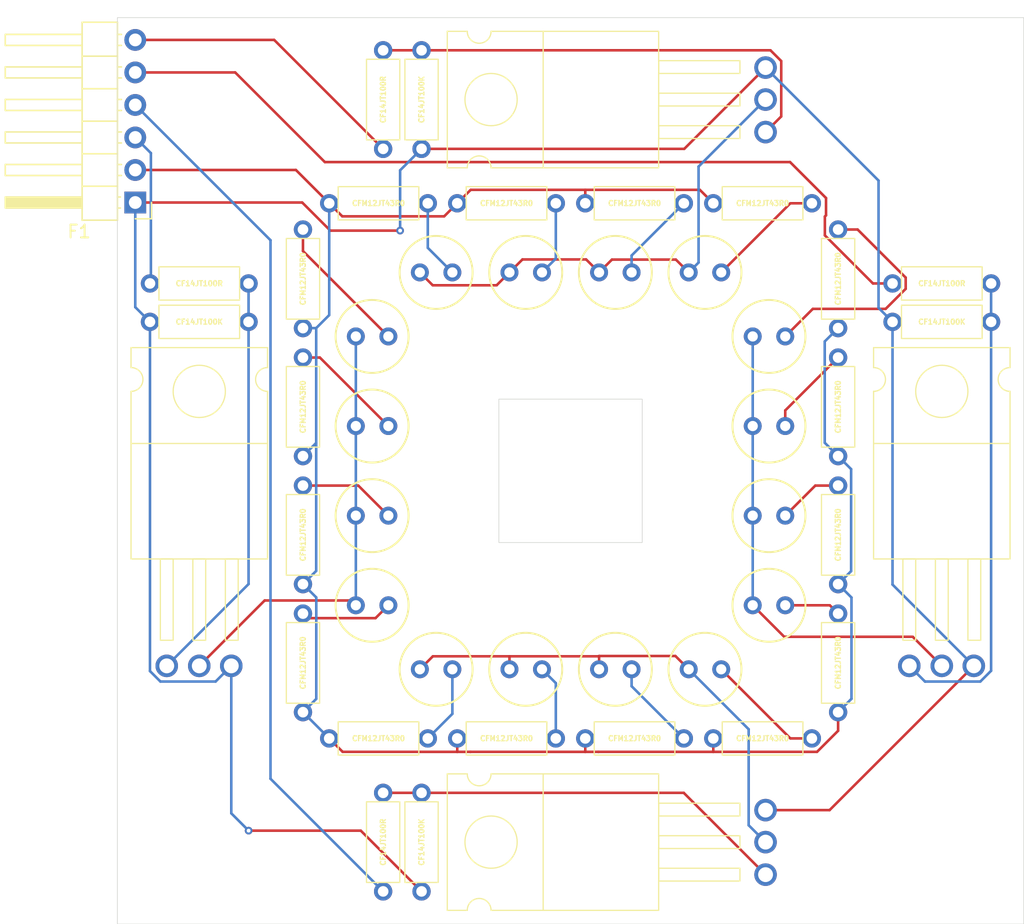
<source format=kicad_pcb>
(kicad_pcb (version 20241229) (generator "pcbnew") (generator_version "9.0")
  (layers (0 "F.Cu" signal) (2 "B.Cu" signal) (13 "F.Paste" user) (15 "B.Paste" user) (5 "F.SilkS" user "F.Silkscreen") (7 "B.SilkS" user "B.Silkscreen") (1 "F.Mask" user) (3 "B.Mask" user) (25 "Edge.Cuts" user))
  (net 0 "")
  (net 1 "/1_DRAIN")
  (net 2 "Net-(Group_1-G)")
  (net 3 "/GND")
  (net 4 "Net-(Group_2-G)")
  (net 5 "/2_DRAIN")
  (net 6 "Net-(Group_3-G)")
  (net 7 "/3_DRAIN")
  (net 8 "/4_DRAIN")
  (net 9 "Net-(Group_4-G)")
  (net 10 "/GPIO2")
  (net 11 "/GPIO1")
  (net 12 "/GPIO3")
  (net 13 "/5V")
  (net 14 "/GPIO4")
  (net 15 "Net-(LED1-A)")
  (net 16 "Net-(LED2-A)")
  (net 17 "Net-(LED3-A)")
  (net 18 "Net-(LED4-A)")
  (net 19 "Net-(LED5-A)")
  (net 20 "Net-(LED6-A)")
  (net 21 "Net-(LED7-A)")
  (net 22 "Net-(LED8-A)")
  (net 23 "Net-(LED9-A)")
  (net 24 "Net-(LED10-A)")
  (net 25 "Net-(LED11-A)")
  (net 26 "Net-(LED12-A)")
  (net 27 "Net-(LED13-A)")
  (net 28 "Net-(LED14-A)")
  (net 29 "Net-(LED15-A)")
  (net 30 "Net-(LED16-A)")
  (footprint "ir-led-board:IRLB8743PBF" (layer "F.Cu") (at 63.2625 72.4 90)
    (property "Reference" "Group_4" (hide yes))
    (property "Value" "Q_NMOS_GDS" (hide yes))
    (fp_line (start 5.33 -7.49) (end 5.33 -5.93) (stroke (width 0.1)) (layer "F.SilkS"))
    (fp_line (start -5.33 -7.49) (end 5.33 -7.49) (stroke (width 0.1)) (layer "F.SilkS"))
    (fp_line (start -5.33 -7.49) (end -5.33 -5.93) (stroke (width 0.1)) (layer "F.SilkS"))
    (fp_line (start 5.33 -4.07) (end 5.33 0) (stroke (width 0.1)) (layer "F.SilkS"))
    (fp_line (start -5.33 -4.07) (end -5.33 0) (stroke (width 0.1)) (layer "F.SilkS"))
    (fp_rect (start -5.33 0) (end 5.33 9.02) (stroke (width 0.1)) (fill no) (layer "F.SilkS"))
    (fp_rect (start 2.04 9.02) (end 3.04 15.37) (stroke (width 0.1)) (fill no) (layer "F.SilkS"))
    (fp_rect (start -0.5 9.02) (end 0.5 15.37) (stroke (width 0.1)) (fill no) (layer "F.SilkS"))
    (fp_rect (start -3.04 9.02) (end -2.04 15.37) (stroke (width 0.1)) (fill no) (layer "F.SilkS"))
    (fp_arc (start -5.33 -5.93) (mid -4.4 -5) (end -5.33 -4.07) (stroke (width 0.1)) (layer "F.SilkS"))
    (fp_arc (start 5.33 -4.07) (mid 4.4 -5) (end 5.33 -5.93) (stroke (width 0.1)) (layer "F.SilkS"))
    (fp_circle (center 0 -4.07) (end 2.04 -4.07) (stroke (width 0.1)) (fill no) (layer "F.SilkS"))
    (pad "1" thru_hole circle (at -2.54 17.37 90) (size 1.76 1.76) (drill 1.16) (layers "*.Cu" "*.Mask") (net 9 "Net-(Group_4-G)"))
    (pad "2" thru_hole circle (at 0 17.37 90) (size 1.76 1.76) (drill 1.16) (layers "*.Cu" "*.Mask") (net 8 "/4_DRAIN"))
    (pad "3" thru_hole circle (at 2.5 17.37 90) (size 1.76 1.76) (drill 1.16) (layers "*.Cu" "*.Mask") (net 3 "/GND"))
  )
  (footprint "ir-led-board:SFH_4556" (layer "F.Cu") (at 79.63 90.9)
    (property "Reference" "LED12" (hide yes))
    (property "Value" "SFH 4556" (hide yes))
    (fp_circle (center 1.27 0) (end 4.12 0) (stroke (width 0.1524)) (fill no) (layer "F.SilkS"))
    (pad "1" thru_hole circle (at 0 0) (size 1.4 1.4) (drill 0.8) (layers "*.Cu" "*.Mask") (net 7 "/3_DRAIN"))
    (pad "2" thru_hole circle (at 2.54 0) (size 1.4 1.4) (drill 0.8) (layers "*.Cu" "*.Mask") (net 26 "Net-(LED12-A)"))
  )
  (footprint "Resistor_THT:CF14JT100K" (layer "F.Cu") (at 33.25 88.4625)
    (property "Reference" "R_100K_1" (hide yes))
    (property "Value" "100k Ω" (hide yes))
    (fp_rect (start 0 0) (end 6.3 2.6) (stroke (width 0.1)) (fill no) (layer "F.SilkS"))
    (fp_text user "CF14JT100K" (at 3.15 1.3 0) (layer "F.SilkS") (effects (font (size 0.4 0.4) (thickness 0.1))))
    (pad "1" thru_hole circle (at -0.7 1.3) (size 1.43 1.43) (drill 0.83) (layers "*.Cu" "*.Mask") (net 3 "/GND"))
    (pad "2" thru_hole circle (at 7 1.3) (size 1.43 1.43) (drill 0.83) (layers "*.Cu" "*.Mask") (net 2 "Net-(Group_1-G)"))
  )
  (footprint "Resistor_THT:CFM12JT43R0" (layer "F.Cu") (at 47.25 121)
    (property "Reference" "R5" (hide yes))
    (property "Value" "43 Ω" (hide yes))
    (fp_rect (start 0 0) (end 6.3 2.6) (stroke (width 0.1)) (fill no) (layer "F.SilkS"))
    (fp_text user "CFM12JT43R0" (at 3.15 1.3 0) (layer "F.SilkS") (effects (font (size 0.4 0.4) (thickness 0.1))))
    (pad "1" thru_hole circle (at -0.7 1.3) (size 1.43 1.43) (drill 0.83) (layers "*.Cu" "*.Mask") (net 13 "/5V"))
    (pad "2" thru_hole circle (at 7 1.3) (size 1.43 1.43) (drill 0.83) (layers "*.Cu" "*.Mask") (net 19 "Net-(LED5-A)"))
  )
  (footprint "Resistor_THT:CF14JT100R" (layer "F.Cu") (at 91.25 85.4625)
    (property "Reference" "R_100_3" (hide yes))
    (property "Value" "100 Ω" (hide yes))
    (fp_rect (start 0 0) (end 6.3 2.6) (stroke (width 0.1)) (fill no) (layer "F.SilkS"))
    (fp_text user "CF14JT100R" (at 3.15 1.3 0) (layer "F.SilkS") (effects (font (size 0.4 0.4) (thickness 0.1))))
    (pad "1" thru_hole circle (at -0.7 1.3) (size 1.43 1.43) (drill 0.83) (layers "*.Cu" "*.Mask") (net 12 "/GPIO3"))
    (pad "2" thru_hole circle (at 7 1.3) (size 1.43 1.43) (drill 0.83) (layers "*.Cu" "*.Mask") (net 6 "Net-(Group_3-G)"))
  )
  (footprint "MountingHole:MountingHole_3.2mm_M3" (layer "F.Cu") (at 36.9 129.9)
    (property "Reference" "OUTER_MOUNT_3" (hide yes))
    (property "Value" "MountingHole_3.2mm_M3" (hide yes))
    (pad "" np_thru_hole circle (at 0 0) (size 3.2 3.2) (drill 3.2) (layers "*.Cu" "*.Mask"))
  )
  (footprint "Resistor_THT:CFM12JT43R0" (layer "F.Cu") (at 77.25 121)
    (property "Reference" "R8" (hide yes))
    (property "Value" "43 Ω" (hide yes))
    (fp_rect (start 0 0) (end 6.3 2.6) (stroke (width 0.1)) (fill no) (layer "F.SilkS"))
    (fp_text user "CFM12JT43R0" (at 3.15 1.3 0) (layer "F.SilkS") (effects (font (size 0.4 0.4) (thickness 0.1))))
    (pad "1" thru_hole circle (at -0.7 1.3) (size 1.43 1.43) (drill 0.83) (layers "*.Cu" "*.Mask") (net 13 "/5V"))
    (pad "2" thru_hole circle (at 7 1.3) (size 1.43 1.43) (drill 0.83) (layers "*.Cu" "*.Mask") (net 22 "Net-(LED8-A)"))
  )
  (footprint "Resistor_THT:CFM12JT43R0" (layer "F.Cu") (at 43.2 109.55 90)
    (property "Reference" "R3" (hide yes))
    (property "Value" "43 Ω" (hide yes))
    (fp_rect (start 0 0) (end 6.3 2.6) (stroke (width 0.1)) (fill no) (layer "F.SilkS"))
    (fp_text user "CFM12JT43R0" (at 3.15 1.3 90) (layer "F.SilkS") (effects (font (size 0.4 0.4) (thickness 0.1))))
    (pad "1" thru_hole circle (at -0.7 1.3 90) (size 1.43 1.43) (drill 0.83) (layers "*.Cu" "*.Mask") (net 13 "/5V"))
    (pad "2" thru_hole circle (at 7 1.3 90) (size 1.43 1.43) (drill 0.83) (layers "*.Cu" "*.Mask") (net 17 "Net-(LED3-A)"))
  )
  (footprint "Resistor_THT:CFM12JT43R0" (layer "F.Cu") (at 57.25 121)
    (property "Reference" "R6" (hide yes))
    (property "Value" "43 Ω" (hide yes))
    (fp_rect (start 0 0) (end 6.3 2.6) (stroke (width 0.1)) (fill no) (layer "F.SilkS"))
    (fp_text user "CFM12JT43R0" (at 3.15 1.3 0) (layer "F.SilkS") (effects (font (size 0.4 0.4) (thickness 0.1))))
    (pad "1" thru_hole circle (at -0.7 1.3) (size 1.43 1.43) (drill 0.83) (layers "*.Cu" "*.Mask") (net 13 "/5V"))
    (pad "2" thru_hole circle (at 7 1.3) (size 1.43 1.43) (drill 0.83) (layers "*.Cu" "*.Mask") (net 20 "Net-(LED6-A)"))
  )
  (footprint "ir-led-board:SFH_4556" (layer "F.Cu") (at 60.63 85.9)
    (property "Reference" "LED15" (hide yes))
    (property "Value" "SFH 4556" (hide yes))
    (fp_circle (center 1.27 0) (end 4.12 0) (stroke (width 0.1524)) (fill no) (layer "F.SilkS"))
    (pad "1" thru_hole circle (at 0 0) (size 1.4 1.4) (drill 0.8) (layers "*.Cu" "*.Mask") (net 8 "/4_DRAIN"))
    (pad "2" thru_hole circle (at 2.54 0) (size 1.4 1.4) (drill 0.8) (layers "*.Cu" "*.Mask") (net 29 "Net-(LED15-A)"))
  )
  (footprint "ir-led-board:SFH_4556" (layer "F.Cu") (at 79.63 104.9)
    (property "Reference" "LED10" (hide yes))
    (property "Value" "SFH 4556" (hide yes))
    (fp_circle (center 1.27 0) (end 4.12 0) (stroke (width 0.1524)) (fill no) (layer "F.SilkS"))
    (pad "1" thru_hole circle (at 0 0) (size 1.4 1.4) (drill 0.8) (layers "*.Cu" "*.Mask") (net 7 "/3_DRAIN"))
    (pad "2" thru_hole circle (at 2.54 0) (size 1.4 1.4) (drill 0.8) (layers "*.Cu" "*.Mask") (net 24 "Net-(LED10-A)"))
  )
  (footprint "Resistor_THT:CFM12JT43R0" (layer "F.Cu") (at 47.25 79.2)
    (property "Reference" "R16" (hide yes))
    (property "Value" "43 Ω" (hide yes))
    (fp_rect (start 0 0) (end 6.3 2.6) (stroke (width 0.1)) (fill no) (layer "F.SilkS"))
    (fp_text user "CFM12JT43R0" (at 3.15 1.3 0) (layer "F.SilkS") (effects (font (size 0.4 0.4) (thickness 0.1))))
    (pad "1" thru_hole circle (at -0.7 1.3) (size 1.43 1.43) (drill 0.83) (layers "*.Cu" "*.Mask") (net 13 "/5V"))
    (pad "2" thru_hole circle (at 7 1.3) (size 1.43 1.43) (drill 0.83) (layers "*.Cu" "*.Mask") (net 30 "Net-(LED16-A)"))
  )
  (footprint "Resistor_THT:CFM12JT43R0" (layer "F.Cu") (at 67.25 121)
    (property "Reference" "R7" (hide yes))
    (property "Value" "43 Ω" (hide yes))
    (fp_rect (start 0 0) (end 6.3 2.6) (stroke (width 0.1)) (fill no) (layer "F.SilkS"))
    (fp_text user "CFM12JT43R0" (at 3.15 1.3 0) (layer "F.SilkS") (effects (font (size 0.4 0.4) (thickness 0.1))))
    (pad "1" thru_hole circle (at -0.7 1.3) (size 1.43 1.43) (drill 0.83) (layers "*.Cu" "*.Mask") (net 13 "/5V"))
    (pad "2" thru_hole circle (at 7 1.3) (size 1.43 1.43) (drill 0.83) (layers "*.Cu" "*.Mask") (net 21 "Net-(LED7-A)"))
  )
  (footprint "MountingHole:MountingHole_3.2mm_M3" (layer "F.Cu") (at 93.9 129.9)
    (property "Reference" "OUTER_MOUNT_4" (hide yes))
    (property "Value" "MountingHole_3.2mm_M3" (hide yes))
    (pad "" np_thru_hole circle (at 0 0) (size 3.2 3.2) (drill 3.2) (layers "*.Cu" "*.Mask"))
  )
  (footprint "MountingHole:MountingHole_2.2mm_M2" (layer "F.Cu") (at 48.9 84.9)
    (property "Reference" "MOUNT_1" (hide yes))
    (property "Value" "MountingHole_2.2mm_M2" (hide yes))
    (pad "" np_thru_hole circle (at 0 0) (size 2.2 2.2) (drill 2.2) (layers "*.Cu" "*.Mask"))
  )
  (footprint "MountingHole:MountingHole_2.2mm_M2" (layer "F.Cu") (at 81.9 117.9)
    (property "Reference" "MOUNT_4" (hide yes))
    (property "Value" "MountingHole_2.2mm_M2" (hide yes))
    (pad "" np_thru_hole circle (at 0 0) (size 2.2 2.2) (drill 2.2) (layers "*.Cu" "*.Mask"))
  )
  (footprint "ir-led-board:SFH_4556" (layer "F.Cu") (at 79.63 97.9)
    (property "Reference" "LED11" (hide yes))
    (property "Value" "SFH 4556" (hide yes))
    (fp_circle (center 1.27 0) (end 4.12 0) (stroke (width 0.1524)) (fill no) (layer "F.SilkS"))
    (pad "1" thru_hole circle (at 0 0) (size 1.4 1.4) (drill 0.8) (layers "*.Cu" "*.Mask") (net 7 "/3_DRAIN"))
    (pad "2" thru_hole circle (at 2.54 0) (size 1.4 1.4) (drill 0.8) (layers "*.Cu" "*.Mask") (net 25 "Net-(LED11-A)"))
  )
  (footprint "MountingHole:MountingHole_3.2mm_M3" (layer "F.Cu") (at 36.9 72.9)
    (property "Reference" "OUTER_MOUNT_1" (hide yes))
    (property "Value" "MountingHole_3.2mm_M3" (hide yes))
    (pad "" np_thru_hole circle (at 0 0) (size 3.2 3.2) (drill 3.2) (layers "*.Cu" "*.Mask"))
  )
  (footprint "Resistor_THT:CF14JT100R" (layer "F.Cu") (at 49.4625 75.55 90)
    (property "Reference" "R_100_4" (hide yes))
    (property "Value" "100 Ω" (hide yes))
    (fp_rect (start 0 0) (end 6.3 2.6) (stroke (width 0.1)) (fill no) (layer "F.SilkS"))
    (fp_text user "CF14JT100R" (at 3.15 1.3 90) (layer "F.SilkS") (effects (font (size 0.4 0.4) (thickness 0.1))))
    (pad "1" thru_hole circle (at -0.7 1.3 90) (size 1.43 1.43) (drill 0.83) (layers "*.Cu" "*.Mask") (net 14 "/GPIO4"))
    (pad "2" thru_hole circle (at 7 1.3 90) (size 1.43 1.43) (drill 0.83) (layers "*.Cu" "*.Mask") (net 9 "Net-(Group_4-G)"))
  )
  (footprint "ir-led-board:SFH_4556" (layer "F.Cu") (at 79.63 111.9)
    (property "Reference" "LED9" (hide yes))
    (property "Value" "SFH 4556" (hide yes))
    (fp_circle (center 1.27 0) (end 4.12 0) (stroke (width 0.1524)) (fill no) (layer "F.SilkS"))
    (pad "1" thru_hole circle (at 0 0) (size 1.4 1.4) (drill 0.8) (layers "*.Cu" "*.Mask") (net 7 "/3_DRAIN"))
    (pad "2" thru_hole circle (at 2.54 0) (size 1.4 1.4) (drill 0.8) (layers "*.Cu" "*.Mask") (net 23 "Net-(LED9-A)"))
  )
  (footprint "MountingHole:MountingHole_2.2mm_M2" (layer "F.Cu") (at 81.9 84.9)
    (property "Reference" "MOUNT_2" (hide yes))
    (property "Value" "MountingHole_2.2mm_M2" (hide yes))
    (pad "" np_thru_hole circle (at 0 0) (size 2.2 2.2) (drill 2.2) (layers "*.Cu" "*.Mask"))
  )
  (footprint "Resistor_THT:CF14JT100R" (layer "F.Cu") (at 33.25 85.4625)
    (property "Reference" "R_100_1" (hide yes))
    (property "Value" "100 Ω" (hide yes))
    (fp_rect (start 0 0) (end 6.3 2.6) (stroke (width 0.1)) (fill no) (layer "F.SilkS"))
    (fp_text user "CF14JT100R" (at 3.15 1.3 0) (layer "F.SilkS") (effects (font (size 0.4 0.4) (thickness 0.1))))
    (pad "1" thru_hole circle (at -0.7 1.3) (size 1.43 1.43) (drill 0.83) (layers "*.Cu" "*.Mask") (net 11 "/GPIO1"))
    (pad "2" thru_hole circle (at 7 1.3) (size 1.43 1.43) (drill 0.83) (layers "*.Cu" "*.Mask") (net 2 "Net-(Group_1-G)"))
  )
  (footprint "Resistor_THT:CFM12JT43R0" (layer "F.Cu") (at 57.25 79.2)
    (property "Reference" "R15" (hide yes))
    (property "Value" "43 Ω" (hide yes))
    (fp_rect (start 0 0) (end 6.3 2.6) (stroke (width 0.1)) (fill no) (layer "F.SilkS"))
    (fp_text user "CFM12JT43R0" (at 3.15 1.3 0) (layer "F.SilkS") (effects (font (size 0.4 0.4) (thickness 0.1))))
    (pad "1" thru_hole circle (at -0.7 1.3) (size 1.43 1.43) (drill 0.83) (layers "*.Cu" "*.Mask") (net 13 "/5V"))
    (pad "2" thru_hole circle (at 7 1.3) (size 1.43 1.43) (drill 0.83) (layers "*.Cu" "*.Mask") (net 29 "Net-(LED15-A)"))
  )
  (footprint "Resistor_THT:CFM12JT43R0" (layer "F.Cu") (at 67.25 79.2)
    (property "Reference" "R14" (hide yes))
    (property "Value" "43 Ω" (hide yes))
    (fp_rect (start 0 0) (end 6.3 2.6) (stroke (width 0.1)) (fill no) (layer "F.SilkS"))
    (fp_text user "CFM12JT43R0" (at 3.15 1.3 0) (layer "F.SilkS") (effects (font (size 0.4 0.4) (thickness 0.1))))
    (pad "1" thru_hole circle (at -0.7 1.3) (size 1.43 1.43) (drill 0.83) (layers "*.Cu" "*.Mask") (net 13 "/5V"))
    (pad "2" thru_hole circle (at 7 1.3) (size 1.43 1.43) (drill 0.83) (layers "*.Cu" "*.Mask") (net 28 "Net-(LED14-A)"))
  )
  (footprint "Resistor_THT:CF14JT100R" (layer "F.Cu") (at 49.4625 133.55 90)
    (property "Reference" "R_100_2" (hide yes))
    (property "Value" "100 Ω" (hide yes))
    (fp_rect (start 0 0) (end 6.3 2.6) (stroke (width 0.1)) (fill no) (layer "F.SilkS"))
    (fp_text user "CF14JT100R" (at 3.15 1.3 90) (layer "F.SilkS") (effects (font (size 0.4 0.4) (thickness 0.1))))
    (pad "1" thru_hole circle (at -0.7 1.3 90) (size 1.43 1.43) (drill 0.83) (layers "*.Cu" "*.Mask") (net 10 "/GPIO2"))
    (pad "2" thru_hole circle (at 7 1.3 90) (size 1.43 1.43) (drill 0.83) (layers "*.Cu" "*.Mask") (net 4 "Net-(Group_2-G)"))
  )
  (footprint "ir-led-board:IRLB8743PBF" (layer "F.Cu") (at 36.4 99.2625)
    (property "Reference" "Group_1" (hide yes))
    (property "Value" "Q_NMOS_GDS" (hide yes))
    (fp_line (start -5.33 -7.49) (end -5.33 -5.93) (stroke (width 0.1)) (layer "F.SilkS"))
    (fp_line (start -5.33 -7.49) (end 5.33 -7.49) (stroke (width 0.1)) (layer "F.SilkS"))
    (fp_line (start -5.33 -4.07) (end -5.33 0) (stroke (width 0.1)) (layer "F.SilkS"))
    (fp_line (start 5.33 -7.49) (end 5.33 -5.93) (stroke (width 0.1)) (layer "F.SilkS"))
    (fp_line (start 5.33 -4.07) (end 5.33 0) (stroke (width 0.1)) (layer "F.SilkS"))
    (fp_rect (start -5.33 0) (end 5.33 9.02) (stroke (width 0.1)) (fill no) (layer "F.SilkS"))
    (fp_rect (start -3.04 9.02) (end -2.04 15.37) (stroke (width 0.1)) (fill no) (layer "F.SilkS"))
    (fp_rect (start -0.5 9.02) (end 0.5 15.37) (stroke (width 0.1)) (fill no) (layer "F.SilkS"))
    (fp_rect (start 2.04 9.02) (end 3.04 15.37) (stroke (width 0.1)) (fill no) (layer "F.SilkS"))
    (fp_arc (start -5.33 -5.93) (mid -4.4 -5) (end -5.33 -4.07) (stroke (width 0.1)) (layer "F.SilkS"))
    (fp_arc (start 5.33 -4.07) (mid 4.4 -5) (end 5.33 -5.93) (stroke (width 0.1)) (layer "F.SilkS"))
    (fp_circle (center 0 -4.07) (end 2.04 -4.07) (stroke (width 0.1)) (fill no) (layer "F.SilkS"))
    (pad "1" thru_hole circle (at -2.54 17.37) (size 1.76 1.76) (drill 1.16) (layers "*.Cu" "*.Mask") (net 2 "Net-(Group_1-G)"))
    (pad "2" thru_hole circle (at 0 17.37) (size 1.76 1.76) (drill 1.16) (layers "*.Cu" "*.Mask") (net 1 "/1_DRAIN"))
    (pad "3" thru_hole circle (at 2.5 17.37) (size 1.76 1.76) (drill 1.16) (layers "*.Cu" "*.Mask") (net 3 "/GND"))
  )
  (footprint "ir-led-board:SFH_4556" (layer "F.Cu") (at 48.63 104.9)
    (property "Reference" "LED3" (hide yes))
    (property "Value" "SFH 4556" (hide yes))
    (fp_circle (center 1.27 0) (end 4.12 0) (stroke (width 0.1524)) (fill no) (layer "F.SilkS"))
    (pad "1" thru_hole circle (at 0 0) (size 1.4 1.4) (drill 0.8) (layers "*.Cu" "*.Mask") (net 1 "/1_DRAIN"))
    (pad "2" thru_hole circle (at 2.54 0) (size 1.4 1.4) (drill 0.8) (layers "*.Cu" "*.Mask") (net 17 "Net-(LED3-A)"))
  )
  (footprint "ir-led-board:SFH_4556" (layer "F.Cu") (at 60.63 116.9)
    (property "Reference" "LED6" (hide yes))
    (property "Value" "SFH 4556" (hide yes))
    (fp_circle (center 1.27 0) (end 4.12 0) (stroke (width 0.1524)) (fill no) (layer "F.SilkS"))
    (pad "1" thru_hole circle (at 0 0) (size 1.4 1.4) (drill 0.8) (layers "*.Cu" "*.Mask") (net 5 "/2_DRAIN"))
    (pad "2" thru_hole circle (at 2.54 0) (size 1.4 1.4) (drill 0.8) (layers "*.Cu" "*.Mask") (net 20 "Net-(LED6-A)"))
  )
  (footprint "ir-led-board:SFH_4556" (layer "F.Cu") (at 48.63 90.9)
    (property "Reference" "LED1" (hide yes))
    (property "Value" "SFH 4556" (hide yes))
    (fp_circle (center 1.27 0) (end 4.12 0) (stroke (width 0.1524)) (fill no) (layer "F.SilkS"))
    (pad "1" thru_hole circle (at 0 0) (size 1.4 1.4) (drill 0.8) (layers "*.Cu" "*.Mask") (net 1 "/1_DRAIN"))
    (pad "2" thru_hole circle (at 2.54 0) (size 1.4 1.4) (drill 0.8) (layers "*.Cu" "*.Mask") (net 15 "Net-(LED1-A)"))
  )
  (footprint "MountingHole:MountingHole_3.2mm_M3" (layer "F.Cu") (at 93.9 72.9)
    (property "Reference" "OUTER_MOUNT_2" (hide yes))
    (property "Value" "MountingHole_3.2mm_M3" (hide yes))
    (pad "" np_thru_hole circle (at 0 0) (size 3.2 3.2) (drill 3.2) (layers "*.Cu" "*.Mask"))
  )
  (footprint "Resistor_THT:CFM12JT43R0" (layer "F.Cu") (at 85 99.55 90)
    (property "Reference" "R11" (hide yes))
    (property "Value" "43 Ω" (hide yes))
    (fp_rect (start 0 0) (end 6.3 2.6) (stroke (width 0.1)) (fill no) (layer "F.SilkS"))
    (fp_text user "CFM12JT43R0" (at 3.15 1.3 90) (layer "F.SilkS") (effects (font (size 0.4 0.4) (thickness 0.1))))
    (pad "1" thru_hole circle (at -0.7 1.3 90) (size 1.43 1.43) (drill 0.83) (layers "*.Cu" "*.Mask") (net 13 "/5V"))
    (pad "2" thru_hole circle (at 7 1.3 90) (size 1.43 1.43) (drill 0.83) (layers "*.Cu" "*.Mask") (net 25 "Net-(LED11-A)"))
  )
  (footprint "ir-led-board:SFH_4556" (layer "F.Cu") (at 48.63 97.9)
    (property "Reference" "LED2" (hide yes))
    (property "Value" "SFH 4556" (hide yes))
    (fp_circle (center 1.27 0) (end 4.12 0) (stroke (width 0.1524)) (fill no) (layer "F.SilkS"))
    (pad "1" thru_hole circle (at 0 0) (size 1.4 1.4) (drill 0.8) (layers "*.Cu" "*.Mask") (net 1 "/1_DRAIN"))
    (pad "2" thru_hole circle (at 2.54 0) (size 1.4 1.4) (drill 0.8) (layers "*.Cu" "*.Mask") (net 16 "Net-(LED2-A)"))
  )
  (footprint "ir-led-board:IRLB8743PBF" (layer "F.Cu") (at 94.4 99.2625)
    (property "Reference" "Group_3" (hide yes))
    (property "Value" "Q_NMOS_GDS" (hide yes))
    (fp_line (start -5.33 -7.49) (end -5.33 -5.93) (stroke (width 0.1)) (layer "F.SilkS"))
    (fp_line (start -5.33 -7.49) (end 5.33 -7.49) (stroke (width 0.1)) (layer "F.SilkS"))
    (fp_line (start -5.33 -4.07) (end -5.33 0) (stroke (width 0.1)) (layer "F.SilkS"))
    (fp_line (start 5.33 -7.49) (end 5.33 -5.93) (stroke (width 0.1)) (layer "F.SilkS"))
    (fp_line (start 5.33 -4.07) (end 5.33 0) (stroke (width 0.1)) (layer "F.SilkS"))
    (fp_rect (start -5.33 0) (end 5.33 9.02) (stroke (width 0.1)) (fill no) (layer "F.SilkS"))
    (fp_rect (start -3.04 9.02) (end -2.04 15.37) (stroke (width 0.1)) (fill no) (layer "F.SilkS"))
    (fp_rect (start -0.5 9.02) (end 0.5 15.37) (stroke (width 0.1)) (fill no) (layer "F.SilkS"))
    (fp_rect (start 2.04 9.02) (end 3.04 15.37) (stroke (width 0.1)) (fill no) (layer "F.SilkS"))
    (fp_arc (start -5.33 -5.93) (mid -4.4 -5) (end -5.33 -4.07) (stroke (width 0.1)) (layer "F.SilkS"))
    (fp_arc (start 5.33 -4.07) (mid 4.4 -5) (end 5.33 -5.93) (stroke (width 0.1)) (layer "F.SilkS"))
    (fp_circle (center 0 -4.07) (end 2.04 -4.07) (stroke (width 0.1)) (fill no) (layer "F.SilkS"))
    (pad "1" thru_hole circle (at -2.54 17.37) (size 1.76 1.76) (drill 1.16) (layers "*.Cu" "*.Mask") (net 6 "Net-(Group_3-G)"))
    (pad "2" thru_hole circle (at 0 17.37) (size 1.76 1.76) (drill 1.16) (layers "*.Cu" "*.Mask") (net 7 "/3_DRAIN"))
    (pad "3" thru_hole circle (at 2.5 17.37) (size 1.76 1.76) (drill 1.16) (layers "*.Cu" "*.Mask") (net 3 "/GND"))
  )
  (footprint "ir-led-board:SFH_4556" (layer "F.Cu") (at 53.63 116.9)
    (property "Reference" "LED5" (hide yes))
    (property "Value" "SFH 4556" (hide yes))
    (fp_circle (center 1.27 0) (end 4.12 0) (stroke (width 0.1524)) (fill no) (layer "F.SilkS"))
    (pad "1" thru_hole circle (at 0 0) (size 1.4 1.4) (drill 0.8) (layers "*.Cu" "*.Mask") (net 5 "/2_DRAIN"))
    (pad "2" thru_hole circle (at 2.54 0) (size 1.4 1.4) (drill 0.8) (layers "*.Cu" "*.Mask") (net 19 "Net-(LED5-A)"))
  )
  (footprint "ir-led-board:SFH_4556" (layer "F.Cu") (at 74.63 116.9)
    (property "Reference" "LED8" (hide yes))
    (property "Value" "SFH 4556" (hide yes))
    (fp_circle (center 1.27 0) (end 4.12 0) (stroke (width 0.1524)) (fill no) (layer "F.SilkS"))
    (pad "1" thru_hole circle (at 0 0) (size 1.4 1.4) (drill 0.8) (layers "*.Cu" "*.Mask") (net 5 "/2_DRAIN"))
    (pad "2" thru_hole circle (at 2.54 0) (size 1.4 1.4) (drill 0.8) (layers "*.Cu" "*.Mask") (net 22 "Net-(LED8-A)"))
  )
  (footprint "Resistor_THT:CFM12JT43R0" (layer "F.Cu") (at 85 119.55 90)
    (property "Reference" "R9" (hide yes))
    (property "Value" "43 Ω" (hide yes))
    (fp_rect (start 0 0) (end 6.3 2.6) (stroke (width 0.1)) (fill no) (layer "F.SilkS"))
    (fp_text user "CFM12JT43R0" (at 3.15 1.3 90) (layer "F.SilkS") (effects (font (size 0.4 0.4) (thickness 0.1))))
    (pad "1" thru_hole circle (at -0.7 1.3 90) (size 1.43 1.43) (drill 0.83) (layers "*.Cu" "*.Mask") (net 13 "/5V"))
    (pad "2" thru_hole circle (at 7 1.3 90) (size 1.43 1.43) (drill 0.83) (layers "*.Cu" "*.Mask") (net 23 "Net-(LED9-A)"))
  )
  (footprint "ir-led-board:IRLB8743PBF" (layer "F.Cu") (at 63.2625 130.4 90)
    (property "Reference" "Group_2" (hide yes))
    (property "Value" "Q_NMOS_GDS" (hide yes))
    (fp_line (start 5.33 -7.49) (end 5.33 -5.93) (stroke (width 0.1)) (layer "F.SilkS"))
    (fp_line (start -5.33 -7.49) (end 5.33 -7.49) (stroke (width 0.1)) (layer "F.SilkS"))
    (fp_line (start -5.33 -7.49) (end -5.33 -5.93) (stroke (width 0.1)) (layer "F.SilkS"))
    (fp_line (start 5.33 -4.07) (end 5.33 0) (stroke (width 0.1)) (layer "F.SilkS"))
    (fp_line (start -5.33 -4.07) (end -5.33 0) (stroke (width 0.1)) (layer "F.SilkS"))
    (fp_rect (start -5.33 0) (end 5.33 9.02) (stroke (width 0.1)) (fill no) (layer "F.SilkS"))
    (fp_rect (start 2.04 9.02) (end 3.04 15.37) (stroke (width 0.1)) (fill no) (layer "F.SilkS"))
    (fp_rect (start -0.5 9.02) (end 0.5 15.37) (stroke (width 0.1)) (fill no) (layer "F.SilkS"))
    (fp_rect (start -3.04 9.02) (end -2.04 15.37) (stroke (width 0.1)) (fill no) (layer "F.SilkS"))
    (fp_arc (start -5.33 -5.93) (mid -4.4 -5) (end -5.33 -4.07) (stroke (width 0.1)) (layer "F.SilkS"))
    (fp_arc (start 5.33 -4.07) (mid 4.4 -5) (end 5.33 -5.93) (stroke (width 0.1)) (layer "F.SilkS"))
    (fp_circle (center 0 -4.07) (end 2.04 -4.07) (stroke (width 0.1)) (fill no) (layer "F.SilkS"))
    (pad "1" thru_hole circle (at -2.54 17.37 90) (size 1.76 1.76) (drill 1.16) (layers "*.Cu" "*.Mask") (net 4 "Net-(Group_2-G)"))
    (pad "2" thru_hole circle (at 0 17.37 90) (size 1.76 1.76) (drill 1.16) (layers "*.Cu" "*.Mask") (net 5 "/2_DRAIN"))
    (pad "3" thru_hole circle (at 2.5 17.37 90) (size 1.76 1.76) (drill 1.16) (layers "*.Cu" "*.Mask") (net 3 "/GND"))
  )
  (footprint "MountingHole:MountingHole_2.2mm_M2" (layer "F.Cu") (at 48.9 117.9)
    (property "Reference" "MOUNT_3" (hide yes))
    (property "Value" "MountingHole_2.2mm_M2" (hide yes))
    (pad "" np_thru_hole circle (at 0 0) (size 2.2 2.2) (drill 2.2) (layers "*.Cu" "*.Mask"))
  )
  (footprint "ir-led-board:SFH_4556" (layer "F.Cu") (at 48.63 111.9)
    (property "Reference" "LED4" (hide yes))
    (property "Value" "SFH 4556" (hide yes))
    (fp_circle (center 1.27 0) (end 4.12 0) (stroke (width 0.1524)) (fill no) (layer "F.SilkS"))
    (pad "1" thru_hole circle (at 0 0) (size 1.4 1.4) (drill 0.8) (layers "*.Cu" "*.Mask") (net 1 "/1_DRAIN"))
    (pad "2" thru_hole circle (at 2.54 0) (size 1.4 1.4) (drill 0.8) (layers "*.Cu" "*.Mask") (net 18 "Net-(LED4-A)"))
  )
  (footprint "Resistor_THT:CFM12JT43R0" (layer "F.Cu") (at 77.25 79.2)
    (property "Reference" "R13" (hide yes))
    (property "Value" "43 Ω" (hide yes))
    (fp_rect (start 0 0) (end 6.3 2.6) (stroke (width 0.1)) (fill no) (layer "F.SilkS"))
    (fp_text user "CFM12JT43R0" (at 3.15 1.3 0) (layer "F.SilkS") (effects (font (size 0.4 0.4) (thickness 0.1))))
    (pad "1" thru_hole circle (at -0.7 1.3) (size 1.43 1.43) (drill 0.83) (layers "*.Cu" "*.Mask") (net 13 "/5V"))
    (pad "2" thru_hole circle (at 7 1.3) (size 1.43 1.43) (drill 0.83) (layers "*.Cu" "*.Mask") (net 27 "Net-(LED13-A)"))
  )
  (footprint "Resistor_THT:CF14JT100K" (layer "F.Cu") (at 52.4625 75.55 90)
    (property "Reference" "R_100K_4" (hide yes))
    (property "Value" "100k Ω" (hide yes))
    (fp_rect (start 0 0) (end 6.3 2.6) (stroke (width 0.1)) (fill no) (layer "F.SilkS"))
    (fp_text user "CF14JT100K" (at 3.15 1.3 90) (layer "F.SilkS") (effects (font (size 0.4 0.4) (thickness 0.1))))
    (pad "1" thru_hole circle (at -0.7 1.3 90) (size 1.43 1.43) (drill 0.83) (layers "*.Cu" "*.Mask") (net 3 "/GND"))
    (pad "2" thru_hole circle (at 7 1.3 90) (size 1.43 1.43) (drill 0.83) (layers "*.Cu" "*.Mask") (net 9 "Net-(Group_4-G)"))
  )
  (footprint "Connector_PinHeader_2.54mm:PinHeader_1x06_P2.54mm_Horizontal" (layer "F.Cu") (at 31.4 80.44 180)
    (property "Reference" "F1" (at 4.385 -2.27 180) (layer "F.SilkS"))
    (property "Value" "Female 1x6")
    (fp_line (start 10.15 13.13) (end 4.15 13.13) (stroke (width 0.12)) (layer "F.SilkS"))
    (fp_line (start 10.15 12.27) (end 10.15 13.13) (stroke (width 0.12)) (layer "F.SilkS"))
    (fp_line (start 10.15 10.59) (end 4.15 10.59) (stroke (width 0.12)) (layer "F.SilkS"))
    (fp_line (start 10.15 9.73) (end 10.15 10.59) (stroke (width 0.12)) (layer "F.SilkS"))
    (fp_line (start 10.15 8.05) (end 4.15 8.05) (stroke (width 0.12)) (layer "F.SilkS"))
    (fp_line (start 10.15 7.19) (end 10.15 8.05) (stroke (width 0.12)) (layer "F.SilkS"))
    (fp_line (start 10.15 5.51) (end 4.15 5.51) (stroke (width 0.12)) (layer "F.SilkS"))
    (fp_line (start 10.15 4.65) (end 10.15 5.51) (stroke (width 0.12)) (layer "F.SilkS"))
    (fp_line (start 10.15 2.97) (end 4.15 2.97) (stroke (width 0.12)) (layer "F.SilkS"))
    (fp_line (start 10.15 2.11) (end 10.15 2.97) (stroke (width 0.12)) (layer "F.SilkS"))
    (fp_line (start 4.15 14.08) (end 4.15 -1.38) (stroke (width 0.12)) (layer "F.SilkS"))
    (fp_line (start 4.15 12.27) (end 10.15 12.27) (stroke (width 0.12)) (layer "F.SilkS"))
    (fp_line (start 4.15 9.73) (end 10.15 9.73) (stroke (width 0.12)) (layer "F.SilkS"))
    (fp_line (start 4.15 7.19) (end 10.15 7.19) (stroke (width 0.12)) (layer "F.SilkS"))
    (fp_line (start 4.15 4.65) (end 10.15 4.65) (stroke (width 0.12)) (layer "F.SilkS"))
    (fp_line (start 4.15 2.11) (end 10.15 2.11) (stroke (width 0.12)) (layer "F.SilkS"))
    (fp_line (start 4.15 -1.38) (end 1.39 -1.38) (stroke (width 0.12)) (layer "F.SilkS"))
    (fp_line (start 1.39 14.08) (end 4.15 14.08) (stroke (width 0.12)) (layer "F.SilkS"))
    (fp_line (start 1.39 11.43) (end 4.15 11.43) (stroke (width 0.12)) (layer "F.SilkS"))
    (fp_line (start 1.39 8.89) (end 4.15 8.89) (stroke (width 0.12)) (layer "F.SilkS"))
    (fp_line (start 1.39 6.35) (end 4.15 6.35) (stroke (width 0.12)) (layer "F.SilkS"))
    (fp_line (start 1.39 3.81) (end 4.15 3.81) (stroke (width 0.12)) (layer "F.SilkS"))
    (fp_line (start 1.39 1.27) (end 4.15 1.27) (stroke (width 0.12)) (layer "F.SilkS"))
    (fp_line (start 1.39 -1.38) (end 1.39 14.08) (stroke (width 0.12)) (layer "F.SilkS"))
    (fp_line (start 1.16 0.43) (end 1.39 0.43) (stroke (width 0.12)) (layer "F.SilkS"))
    (fp_line (start 1.16 -0.43) (end 1.39 -0.43) (stroke (width 0.12)) (layer "F.SilkS"))
    (fp_line (start 1.077358 13.13) (end 1.39 13.13) (stroke (width 0.12)) (layer "F.SilkS"))
    (fp_line (start 1.077358 12.27) (end 1.39 12.27) (stroke (width 0.12)) (layer "F.SilkS"))
    (fp_line (start 1.077358 10.59) (end 1.39 10.59) (stroke (width 0.12)) (layer "F.SilkS"))
    (fp_line (start 1.077358 9.73) (end 1.39 9.73) (stroke (width 0.12)) (layer "F.SilkS"))
    (fp_line (start 1.077358 8.05) (end 1.39 8.05) (stroke (width 0.12)) (layer "F.SilkS"))
    (fp_line (start 1.077358 7.19) (end 1.39 7.19) (stroke (width 0.12)) (layer "F.SilkS"))
    (fp_line (start 1.077358 5.51) (end 1.39 5.51) (stroke (width 0.12)) (layer "F.SilkS"))
    (fp_line (start 1.077358 4.65) (end 1.39 4.65) (stroke (width 0.12)) (layer "F.SilkS"))
    (fp_line (start 1.077358 2.97) (end 1.39 2.97) (stroke (width 0.12)) (layer "F.SilkS"))
    (fp_line (start 1.077358 2.11) (end 1.39 2.11) (stroke (width 0.12)) (layer "F.SilkS"))
    (fp_line (start -1.27 0) (end -1.27 -1.27) (stroke (width 0.12)) (layer "F.SilkS"))
    (fp_line (start -1.27 -1.27) (end 0 -1.27) (stroke (width 0.12)) (layer "F.SilkS"))
    (fp_rect (start 4.15 -0.43) (end 10.15 0.43) (stroke (width 0.12)) (fill yes) (layer "F.SilkS"))
    (pad "1" thru_hole rect (at 0 0 180) (size 1.7 1.7) (drill 1) (layers "*.Cu" "*.Mask") (net 3 "/GND"))
    (pad "2" thru_hole circle (at 0 2.54 180) (size 1.7 1.7) (drill 1) (layers "*.Cu" "*.Mask") (net 13 "/5V"))
    (pad "3" thru_hole circle (at 0 5.08 180) (size 1.7 1.7) (drill 1) (layers "*.Cu" "*.Mask") (net 11 "/GPIO1"))
    (pad "4" thru_hole circle (at 0 7.62 180) (size 1.7 1.7) (drill 1) (layers "*.Cu" "*.Mask") (net 10 "/GPIO2"))
    (pad "5" thru_hole circle (at 0 10.16 180) (size 1.7 1.7) (drill 1) (layers "*.Cu" "*.Mask") (net 12 "/GPIO3"))
    (pad "6" thru_hole circle (at 0 12.7 180) (size 1.7 1.7) (drill 1) (layers "*.Cu" "*.Mask") (net 14 "/GPIO4"))
  )
  (footprint "Resistor_THT:CF14JT100K" (layer "F.Cu") (at 52.4625 133.55 90)
    (property "Reference" "R_100K_2" (hide yes))
    (property "Value" "100k Ω" (hide yes))
    (fp_rect (start 0 0) (end 6.3 2.6) (stroke (width 0.1)) (fill no) (layer "F.SilkS"))
    (fp_text user "CF14JT100K" (at 3.15 1.3 90) (layer "F.SilkS") (effects (font (size 0.4 0.4) (thickness 0.1))))
    (pad "1" thru_hole circle (at -0.7 1.3 90) (size 1.43 1.43) (drill 0.83) (layers "*.Cu" "*.Mask") (net 3 "/GND"))
    (pad "2" thru_hole circle (at 7 1.3 90) (size 1.43 1.43) (drill 0.83) (layers "*.Cu" "*.Mask") (net 4 "Net-(Group_2-G)"))
  )
  (footprint "ir-led-board:SFH_4556" (layer "F.Cu") (at 67.63 116.9)
    (property "Reference" "LED7" (hide yes))
    (property "Value" "SFH 4556" (hide yes))
    (fp_circle (center 1.27 0) (end 4.12 0) (stroke (width 0.1524)) (fill no) (layer "F.SilkS"))
    (pad "1" thru_hole circle (at 0 0) (size 1.4 1.4) (drill 0.8) (layers "*.Cu" "*.Mask") (net 5 "/2_DRAIN"))
    (pad "2" thru_hole circle (at 2.54 0) (size 1.4 1.4) (drill 0.8) (layers "*.Cu" "*.Mask") (net 21 "Net-(LED7-A)"))
  )
  (footprint "ir-led-board:SFH_4556" (layer "F.Cu") (at 67.63 85.9)
    (property "Reference" "LED14" (hide yes))
    (property "Value" "SFH 4556" (hide yes))
    (fp_circle (center 1.27 0) (end 4.12 0) (stroke (width 0.1524)) (fill no) (layer "F.SilkS"))
    (pad "1" thru_hole circle (at 0 0) (size 1.4 1.4) (drill 0.8) (layers "*.Cu" "*.Mask") (net 8 "/4_DRAIN"))
    (pad "2" thru_hole circle (at 2.54 0) (size 1.4 1.4) (drill 0.8) (layers "*.Cu" "*.Mask") (net 28 "Net-(LED14-A)"))
  )
  (footprint "ir-led-board:SFH_4556" (layer "F.Cu") (at 74.63 85.9)
    (property "Reference" "LED13" (hide yes))
    (property "Value" "SFH 4556" (hide yes))
    (fp_circle (center 1.27 0) (end 4.12 0) (stroke (width 0.1524)) (fill no) (layer "F.SilkS"))
    (pad "1" thru_hole circle (at 0 0) (size 1.4 1.4) (drill 0.8) (layers "*.Cu" "*.Mask") (net 8 "/4_DRAIN"))
    (pad "2" thru_hole circle (at 2.54 0) (size 1.4 1.4) (drill 0.8) (layers "*.Cu" "*.Mask") (net 27 "Net-(LED13-A)"))
  )
  (footprint "Resistor_THT:CFM12JT43R0" (layer "F.Cu") (at 43.2 89.55 90)
    (property "Reference" "R1" (hide yes))
    (property "Value" "43 Ω" (hide yes))
    (fp_rect (start 0 0) (end 6.3 2.6) (stroke (width 0.1)) (fill no) (layer "F.SilkS"))
    (fp_text user "CFM12JT43R0" (at 3.15 1.3 90) (layer "F.SilkS") (effects (font (size 0.4 0.4) (thickness 0.1))))
    (pad "1" thru_hole circle (at -0.7 1.3 90) (size 1.43 1.43) (drill 0.83) (layers "*.Cu" "*.Mask") (net 13 "/5V"))
    (pad "2" thru_hole circle (at 7 1.3 90) (size 1.43 1.43) (drill 0.83) (layers "*.Cu" "*.Mask") (net 15 "Net-(LED1-A)"))
  )
  (footprint "ir-led-board:SFH_4556" (layer "F.Cu") (at 53.63 85.9)
    (property "Reference" "LED16" (hide yes))
    (property "Value" "SFH 4556" (hide yes))
    (fp_circle (center 1.27 0) (end 4.12 0) (stroke (width 0.1524)) (fill no) (layer "F.SilkS"))
    (pad "1" thru_hole circle (at 0 0) (size 1.4 1.4) (drill 0.8) (layers "*.Cu" "*.Mask") (net 8 "/4_DRAIN"))
    (pad "2" thru_hole circle (at 2.54 0) (size 1.4 1.4) (drill 0.8) (layers "*.Cu" "*.Mask") (net 30 "Net-(LED16-A)"))
  )
  (footprint "Resistor_THT:CFM12JT43R0" (layer "F.Cu") (at 85 109.55 90)
    (property "Reference" "R10" (hide yes))
    (property "Value" "43 Ω" (hide yes))
    (fp_rect (start 0 0) (end 6.3 2.6) (stroke (width 0.1)) (fill no) (layer "F.SilkS"))
    (fp_text user "CFM12JT43R0" (at 3.15 1.3 90) (layer "F.SilkS") (effects (font (size 0.4 0.4) (thickness 0.1))))
    (pad "1" thru_hole circle (at -0.7 1.3 90) (size 1.43 1.43) (drill 0.83) (layers "*.Cu" "*.Mask") (net 13 "/5V"))
    (pad "2" thru_hole circle (at 7 1.3 90) (size 1.43 1.43) (drill 0.83) (layers "*.Cu" "*.Mask") (net 24 "Net-(LED10-A)"))
  )
  (footprint "Resistor_THT:CFM12JT43R0" (layer "F.Cu") (at 43.2 119.55 90)
    (property "Reference" "R4" (hide yes))
    (property "Value" "43 Ω" (hide yes))
    (fp_rect (start 0 0) (end 6.3 2.6) (stroke (width 0.1)) (fill no) (layer "F.SilkS"))
    (fp_text user "CFM12JT43R0" (at 3.15 1.3 90) (layer "F.SilkS") (effects (font (size 0.4 0.4) (thickness 0.1))))
    (pad "1" thru_hole circle (at -0.7 1.3 90) (size 1.43 1.43) (drill 0.83) (layers "*.Cu" "*.Mask") (net 13 "/5V"))
    (pad "2" thru_hole circle (at 7 1.3 90) (size 1.43 1.43) (drill 0.83) (layers "*.Cu" "*.Mask") (net 18 "Net-(LED4-A)"))
  )
  (footprint "Resistor_THT:CF14JT100K" (layer "F.Cu") (at 91.25 88.4625)
    (property "Reference" "R_100K_3" (hide yes))
    (property "Value" "100k Ω" (hide yes))
    (fp_rect (start 0 0) (end 6.3 2.6) (stroke (width 0.1)) (fill no) (layer "F.SilkS"))
    (fp_text user "CF14JT100K" (at 3.15 1.3 0) (layer "F.SilkS") (effects (font (size 0.4 0.4) (thickness 0.1))))
    (pad "1" thru_hole circle (at -0.7 1.3) (size 1.43 1.43) (drill 0.83) (layers "*.Cu" "*.Mask") (net 3 "/GND"))
    (pad "2" thru_hole circle (at 7 1.3) (size 1.43 1.43) (drill 0.83) (layers "*.Cu" "*.Mask") (net 6 "Net-(Group_3-G)"))
  )
  (footprint "Resistor_THT:CFM12JT43R0" (layer "F.Cu") (at 85 89.55 90)
    (property "Reference" "R12" (hide yes))
    (property "Value" "43 Ω" (hide yes))
    (fp_rect (start 0 0) (end 6.3 2.6) (stroke (width 0.1)) (fill no) (layer "F.SilkS"))
    (fp_text user "CFM12JT43R0" (at 3.15 1.3 90) (layer "F.SilkS") (effects (font (size 0.4 0.4) (thickness 0.1))))
    (pad "1" thru_hole circle (at -0.7 1.3 90) (size 1.43 1.43) (drill 0.83) (layers "*.Cu" "*.Mask") (net 13 "/5V"))
    (pad "2" thru_hole circle (at 7 1.3 90) (size 1.43 1.43) (drill 0.83) (layers "*.Cu" "*.Mask") (net 26 "Net-(LED12-A)"))
  )
  (footprint "Resistor_THT:CFM12JT43R0" (layer "F.Cu") (at 43.2 99.55 90)
    (property "Reference" "R2" (hide yes))
    (property "Value" "43 Ω" (hide yes))
    (fp_rect (start 0 0) (end 6.3 2.6) (stroke (width 0.1)) (fill no) (layer "F.SilkS"))
    (fp_text user "CFM12JT43R0" (at 3.15 1.3 90) (layer "F.SilkS") (effects (font (size 0.4 0.4) (thickness 0.1))))
    (pad "1" thru_hole circle (at -0.7 1.3 90) (size 1.43 1.43) (drill 0.83) (layers "*.Cu" "*.Mask") (net 13 "/5V"))
    (pad "2" thru_hole circle (at 7 1.3 90) (size 1.43 1.43) (drill 0.83) (layers "*.Cu" "*.Mask") (net 16 "Net-(LED2-A)"))
  )
  (gr_rect (start 30 66) (end 100.8 136.8) (stroke (width 0.05)) (fill no) (layer "Edge.Cuts"))
  (gr_rect (start 59.8 95.8) (end 71 107) (stroke (width 0.05)) (fill no) (layer "Edge.Cuts"))
  (segment (start 41.5075 111.525) (end 48.255 111.525) (width 0.2) (layer "F.Cu") (net 1))
  (segment (start 36.4 116.6325) (end 41.5075 111.525) (width 0.2) (layer "F.Cu") (net 1))
  (segment (start 48.255 111.525) (end 48.63 111.9) (width 0.2) (layer "F.Cu") (net 1))
  (segment (start 48.63 97.9) (end 48.63 90.9) (width 0.2) (layer "B.Cu") (net 1))
  (segment (start 48.63 111.9) (end 48.63 104.9) (width 0.2) (layer "B.Cu") (net 1))
  (segment (start 48.63 104.9) (end 48.63 97.9) (width 0.2) (layer "B.Cu") (net 1))
  (segment (start 40.25 89.7625) (end 40.25 110.2425) (width 0.2) (layer "B.Cu") (net 2))
  (segment (start 40.25 110.2425) (end 33.86 116.6325) (width 0.2) (layer "B.Cu") (net 2))
  (segment (start 40.25 86.7625) (end 40.25 89.7625) (width 0.2) (layer "B.Cu") (net 2))
  (segment (start 52.088 82.6346) (end 46.6346 82.6346) (width 0.2) (layer "F.Cu") (net 3))
  (segment (start 40.2544 129.504) (end 49.0165 129.504) (width 0.2) (layer "F.Cu") (net 3))
  (segment (start 49.0165 129.504) (end 53.7625 134.25) (width 0.2) (layer "F.Cu") (net 3))
  (segment (start 44.44 80.44) (end 31.4 80.44) (width 0.2) (layer "F.Cu") (net 3))
  (segment (start 74.2825 76.25) (end 80.6325 69.9) (width 0.2) (layer "F.Cu") (net 3))
  (segment (start 96.9 116.6325) (end 85.6325 127.9) (width 0.2) (layer "F.Cu") (net 3))
  (segment (start 46.6346 82.6346) (end 44.44 80.44) (width 0.2) (layer "F.Cu") (net 3))
  (segment (start 85.6325 127.9) (end 80.6325 127.9) (width 0.2) (layer "F.Cu") (net 3))
  (segment (start 53.7625 76.25) (end 74.2825 76.25) (width 0.2) (layer "F.Cu") (net 3))
  (via (at 40.2544 129.504) (size 0.6) (drill 0.3) (layers "F.Cu" "B.Cu") (net 3))
  (via (at 52.088 82.6346) (size 0.6) (drill 0.3) (layers "F.Cu" "B.Cu") (net 3))
  (segment (start 38.9 116.6325) (end 37.6762 117.8563) (width 0.2) (layer "B.Cu") (net 3))
  (segment (start 33.3648 117.8563) (end 32.55 117.0415) (width 0.2) (layer "B.Cu") (net 3))
  (segment (start 89.4575 88.67) (end 89.4575 78.725) (width 0.2) (layer "B.Cu") (net 3))
  (segment (start 53.7625 76.25) (end 52.088 77.9245) (width 0.2) (layer "B.Cu") (net 3))
  (segment (start 90.55 110.2825) (end 96.9 116.6325) (width 0.2) (layer "B.Cu") (net 3))
  (segment (start 52.088 77.9245) (end 52.088 82.6346) (width 0.2) (layer "B.Cu") (net 3))
  (segment (start 38.9 116.6325) (end 38.9 128.1496) (width 0.2) (layer "B.Cu") (net 3))
  (segment (start 37.6762 117.8563) (end 33.3648 117.8563) (width 0.2) (layer "B.Cu") (net 3))
  (segment (start 32.55 117.0415) (end 32.55 89.7625) (width 0.2) (layer "B.Cu") (net 3))
  (segment (start 31.4 80.44) (end 31.4 88.6125) (width 0.2) (layer "B.Cu") (net 3))
  (segment (start 89.4575 78.725) (end 80.6325 69.9) (width 0.2) (layer "B.Cu") (net 3))
  (segment (start 90.55 89.7625) (end 89.4575 88.67) (width 0.2) (layer "B.Cu") (net 3))
  (segment (start 38.9 128.1496) (end 40.2544 129.504) (width 0.2) (layer "B.Cu") (net 3))
  (segment (start 90.55 89.7625) (end 90.55 110.2825) (width 0.2) (layer "B.Cu") (net 3))
  (segment (start 31.4 88.6125) (end 32.55 89.7625) (width 0.2) (layer "B.Cu") (net 3))
  (segment (start 53.7625 126.55) (end 74.2425 126.55) (width 0.2) (layer "F.Cu") (net 4))
  (segment (start 74.2425 126.55) (end 80.6325 132.94) (width 0.2) (layer "F.Cu") (net 4))
  (segment (start 50.7625 126.55) (end 53.7625 126.55) (width 0.2) (layer "F.Cu") (net 4))
  (segment (start 60.63 115.8852) (end 67.63 115.8852) (width 0.2) (layer "F.Cu") (net 5))
  (segment (start 67.63 115.8616) (end 73.5916 115.8616) (width 0.2) (layer "F.Cu") (net 5))
  (segment (start 73.5916 115.8616) (end 74.63 116.9) (width 0.2) (layer "F.Cu") (net 5))
  (segment (start 60.63 116.9) (end 60.63 115.8852) (width 0.2) (layer "F.Cu") (net 5))
  (segment (start 67.63 116.9) (end 67.63 115.8852) (width 0.2) (layer "F.Cu") (net 5))
  (segment (start 60.63 115.8852) (end 54.6448 115.8852) (width 0.2) (layer "F.Cu") (net 5))
  (segment (start 54.6448 115.8852) (end 53.63 116.9) (width 0.2) (layer "F.Cu") (net 5))
  (segment (start 67.63 115.8852) (end 67.63 115.8616) (width 0.2) (layer "F.Cu") (net 5))
  (segment (start 79.3127 129.0802) (end 80.6325 130.4) (width 0.2) (layer "B.Cu") (net 5))
  (segment (start 74.63 116.9) (end 79.3127 121.5827) (width 0.2) (layer "B.Cu") (net 5))
  (segment (start 79.3127 121.5827) (end 79.3127 129.0802) (width 0.2) (layer "B.Cu") (net 5))
  (segment (start 97.4095 117.8573) (end 98.25 117.0168) (width 0.2) (layer "B.Cu") (net 6))
  (segment (start 98.25 86.7625) (end 98.25 89.7625) (width 0.2) (layer "B.Cu") (net 6))
  (segment (start 93.0848 117.8573) (end 97.4095 117.8573) (width 0.2) (layer "B.Cu") (net 6))
  (segment (start 98.25 117.0168) (end 98.25 89.7625) (width 0.2) (layer "B.Cu") (net 6))
  (segment (start 91.86 116.6325) (end 93.0848 117.8573) (width 0.2) (layer "B.Cu") (net 6))
  (segment (start 82.09 114.36) (end 79.63 111.9) (width 0.2) (layer "F.Cu") (net 7))
  (segment (start 92.1275 114.36) (end 82.09 114.36) (width 0.2) (layer "F.Cu") (net 7))
  (segment (start 94.4 116.6325) (end 92.1275 114.36) (width 0.2) (layer "F.Cu") (net 7))
  (segment (start 79.63 90.9) (end 79.63 97.9) (width 0.2) (layer "B.Cu") (net 7))
  (segment (start 79.63 111.9) (end 79.63 104.9) (width 0.2) (layer "B.Cu") (net 7))
  (segment (start 79.63 104.9) (end 79.63 97.9) (width 0.2) (layer "B.Cu") (net 7))
  (segment (start 68.6317 84.8983) (end 67.63 85.9) (width 0.2) (layer "F.Cu") (net 8))
  (segment (start 53.63 85.9) (end 54.6355 86.9055) (width 0.2) (layer "F.Cu") (net 8))
  (segment (start 54.6355 86.9055) (end 59.6245 86.9055) (width 0.2) (layer "F.Cu") (net 8))
  (segment (start 66.6178 84.8878) (end 67.63 85.9) (width 0.2) (layer "F.Cu") (net 8))
  (segment (start 61.6422 84.8878) (end 66.6178 84.8878) (width 0.2) (layer "F.Cu") (net 8))
  (segment (start 59.6245 86.9055) (end 60.63 85.9) (width 0.2) (layer "F.Cu") (net 8))
  (segment (start 73.6283 84.8983) (end 68.6317 84.8983) (width 0.2) (layer "F.Cu") (net 8))
  (segment (start 74.63 85.9) (end 73.6283 84.8983) (width 0.2) (layer "F.Cu") (net 8))
  (segment (start 60.63 85.9) (end 61.6422 84.8878) (width 0.2) (layer "F.Cu") (net 8))
  (segment (start 75.4 77.6325) (end 75.4 85.13) (width 0.2) (layer "B.Cu") (net 8))
  (segment (start 80.6325 72.4) (end 75.4 77.6325) (width 0.2) (layer "B.Cu") (net 8))
  (segment (start 75.4 85.13) (end 74.63 85.9) (width 0.2) (layer "B.Cu") (net 8))
  (segment (start 81.8574 73.7151) (end 81.8574 69.3905) (width 0.2) (layer "F.Cu") (net 9))
  (segment (start 80.6325 74.94) (end 81.8574 73.7151) (width 0.2) (layer "F.Cu") (net 9))
  (segment (start 81.8574 69.3905) (end 81.0169 68.55) (width 0.2) (layer "F.Cu") (net 9))
  (segment (start 53.7625 68.55) (end 50.7625 68.55) (width 0.2) (layer "F.Cu") (net 9))
  (segment (start 81.0169 68.55) (end 53.7625 68.55) (width 0.2) (layer "F.Cu") (net 9))
  (segment (start 41.9638 125.4513) (end 50.7625 134.25) (width 0.2) (layer "B.Cu") (net 10))
  (segment (start 41.9638 83.3838) (end 41.9638 125.4513) (width 0.2) (layer "B.Cu") (net 10))
  (segment (start 31.4 72.82) (end 41.9638 83.3838) (width 0.2) (layer "B.Cu") (net 10))
  (segment (start 32.6208 76.5808) (end 32.6208 86.6917) (width 0.2) (layer "B.Cu") (net 11))
  (segment (start 31.4 75.36) (end 32.6208 76.5808) (width 0.2) (layer "B.Cu") (net 11))
  (segment (start 32.6208 86.6917) (end 32.55 86.7625) (width 0.2) (layer "B.Cu") (net 11))
  (segment (start 39.2061 70.28) (end 31.4 70.28) (width 0.2) (layer "F.Cu") (net 12))
  (segment (start 85.2652 83.007) (end 85.2652 81.5348) (width 0.2) (layer "F.Cu") (net 12))
  (segment (start 89.0207 86.7625) (end 85.2652 83.007) (width 0.2) (layer "F.Cu") (net 12))
  (segment (start 85.356 81.444) (end 85.356 80.0902) (width 0.2) (layer "F.Cu") (net 12))
  (segment (start 82.5473 77.2815) (end 46.2076 77.2815) (width 0.2) (layer "F.Cu") (net 12))
  (segment (start 85.2652 81.5348) (end 85.356 81.444) (width 0.2) (layer "F.Cu") (net 12))
  (segment (start 90.55 86.7625) (end 89.0207 86.7625) (width 0.2) (layer "F.Cu") (net 12))
  (segment (start 85.356 80.0902) (end 82.5473 77.2815) (width 0.2) (layer "F.Cu") (net 12))
  (segment (start 46.2076 77.2815) (end 39.2061 70.28) (width 0.2) (layer "F.Cu") (net 12))
  (segment (start 84.6542 123.3484) (end 76.55 123.3484) (width 0.2) (layer "F.Cu") (net 13))
  (segment (start 31.4 77.9) (end 43.95 77.9) (width 0.2) (layer "F.Cu") (net 13))
  (segment (start 55.5296 81.5204) (end 47.5704 81.5204) (width 0.2) (layer "F.Cu") (net 13))
  (segment (start 86.3 121.7026) (end 84.6542 123.3484) (width 0.2) (layer "F.Cu") (net 13))
  (segment (start 67.5571 123.3484) (end 66.55 123.3484) (width 0.2) (layer "F.Cu") (net 13))
  (segment (start 67.5984 123.3484) (end 67.5571 123.3484) (width 0.2) (layer "F.Cu") (net 13))
  (segment (start 66.55 123.3484) (end 66.55 122.3) (width 0.2) (layer "F.Cu") (net 13))
  (segment (start 56.55 80.5) (end 57.6005 79.4495) (width 0.2) (layer "F.Cu") (net 13))
  (segment (start 75.4995 79.4495) (end 76.55 80.5) (width 0.2) (layer "F.Cu") (net 13))
  (segment (start 56.55 123.3484) (end 56.55 122.3) (width 0.2) (layer "F.Cu") (net 13))
  (segment (start 66.55 79.4495) (end 75.4995 79.4495) (width 0.2) (layer "F.Cu") (net 13))
  (segment (start 43.95 77.9) (end 46.55 80.5) (width 0.2) (layer "F.Cu") (net 13))
  (segment (start 56.55 80.5) (end 55.5296 81.5204) (width 0.2) (layer "F.Cu") (net 13))
  (segment (start 57.5984 123.3484) (end 57.5571 123.3484) (width 0.2) (layer "F.Cu") (net 13))
  (segment (start 47.5984 123.3484) (end 46.55 122.3) (width 0.2) (layer "F.Cu") (net 13))
  (segment (start 76.55 123.3484) (end 67.5984 123.3484) (width 0.2) (layer "F.Cu") (net 13))
  (segment (start 57.5571 123.3484) (end 56.55 123.3484) (width 0.2) (layer "F.Cu") (net 13))
  (segment (start 76.55 123.3484) (end 76.55 122.3) (width 0.2) (layer "F.Cu") (net 13))
  (segment (start 57.6005 79.4495) (end 66.55 79.4495) (width 0.2) (layer "F.Cu") (net 13))
  (segment (start 86.3 120.25) (end 86.3 121.7026) (width 0.2) (layer "F.Cu") (net 13))
  (segment (start 66.55 79.4495) (end 66.55 80.5) (width 0.2) (layer "F.Cu") (net 13))
  (segment (start 56.55 123.3484) (end 47.5984 123.3484) (width 0.2) (layer "F.Cu") (net 13))
  (segment (start 66.55 123.3484) (end 57.5984 123.3484) (width 0.2) (layer "F.Cu") (net 13))
  (segment (start 47.5704 81.5204) (end 46.55 80.5) (width 0.2) (layer "F.Cu") (net 13))
  (segment (start 86.3 90.25) (end 85.2548 91.2952) (width 0.2) (layer "B.Cu") (net 13))
  (segment (start 45.5328 99.2172) (end 44.5 100.25) (width 0.2) (layer "B.Cu") (net 13))
  (segment (start 46.55 89.2328) (end 45.5328 90.25) (width 0.2) (layer "B.Cu") (net 13))
  (segment (start 45.5393 111.2893) (end 45.5393 119.2107) (width 0.2) (layer "B.Cu") (net 13))
  (segment (start 86.3 120.25) (end 87.3439 119.2061) (width 0.2) (layer "B.Cu") (net 13))
  (segment (start 44.5 90.25) (end 45.5328 90.25) (width 0.2) (layer "B.Cu") (net 13))
  (segment (start 85.2548 99.2048) (end 86.3 100.25) (width 0.2) (layer "B.Cu") (net 13))
  (segment (start 45.5393 119.2107) (end 44.5 120.25) (width 0.2) (layer "B.Cu") (net 13))
  (segment (start 86.3 100.25) (end 87.3167 101.2667) (width 0.2) (layer "B.Cu") (net 13))
  (segment (start 85.2548 91.2952) (end 85.2548 99.2048) (width 0.2) (layer "B.Cu") (net 13))
  (segment (start 87.3167 101.2667) (end 87.3167 109.2333) (width 0.2) (layer "B.Cu") (net 13))
  (segment (start 87.3167 109.2333) (end 86.3 110.25) (width 0.2) (layer "B.Cu") (net 13))
  (segment (start 45.5328 90.25) (end 45.5328 99.2172) (width 0.2) (layer "B.Cu") (net 13))
  (segment (start 45.5328 99.2172) (end 45.5328 109.2172) (width 0.2) (layer "B.Cu") (net 13))
  (segment (start 46.55 122.3) (end 44.5 120.25) (width 0.2) (layer "B.Cu") (net 13))
  (segment (start 46.55 80.5) (end 46.55 89.2328) (width 0.2) (layer "B.Cu") (net 13))
  (segment (start 87.3439 111.2939) (end 86.3 110.25) (width 0.2) (layer "B.Cu") (net 13))
  (segment (start 87.3439 119.2061) (end 87.3439 111.2939) (width 0.2) (layer "B.Cu") (net 13))
  (segment (start 44.5 110.25) (end 45.5393 111.2893) (width 0.2) (layer "B.Cu") (net 13))
  (segment (start 45.5328 109.2172) (end 44.5 110.25) (width 0.2) (layer "B.Cu") (net 13))
  (segment (start 50.7625 76.25) (end 42.2525 67.74) (width 0.2) (layer "F.Cu") (net 14))
  (segment (start 42.2525 67.74) (end 31.4 67.74) (width 0.2) (layer "F.Cu") (net 14))
  (segment (start 44.5 84.23) (end 44.5 82.55) (width 0.2) (layer "F.Cu") (net 15))
  (segment (start 51.17 90.9) (end 44.5 84.23) (width 0.2) (layer "F.Cu") (net 15))
  (segment (start 45.82 92.55) (end 44.5 92.55) (width 0.2) (layer "F.Cu") (net 16))
  (segment (start 51.17 97.9) (end 45.82 92.55) (width 0.2) (layer "F.Cu") (net 16))
  (segment (start 48.82 102.55) (end 44.5 102.55) (width 0.2) (layer "F.Cu") (net 17))
  (segment (start 51.17 104.9) (end 48.82 102.55) (width 0.2) (layer "F.Cu") (net 17))
  (segment (start 44.5 112.55) (end 44.8552 112.9052) (width 0.2) (layer "F.Cu") (net 18))
  (segment (start 50.1648 112.9052) (end 51.17 111.9) (width 0.2) (layer "F.Cu") (net 18))
  (segment (start 44.8552 112.9052) (end 50.1648 112.9052) (width 0.2) (layer "F.Cu") (net 18))
  (segment (start 56.17 120.38) (end 54.25 122.3) (width 0.2) (layer "B.Cu") (net 19))
  (segment (start 56.17 116.9) (end 56.17 120.38) (width 0.2) (layer "B.Cu") (net 19))
  (segment (start 64.25 122.3) (end 64.25 117.98) (width 0.2) (layer "B.Cu") (net 20))
  (segment (start 64.25 117.98) (end 63.17 116.9) (width 0.2) (layer "B.Cu") (net 20))
  (segment (start 70.17 118.22) (end 70.17 116.9) (width 0.2) (layer "B.Cu") (net 21))
  (segment (start 74.25 122.3) (end 70.17 118.22) (width 0.2) (layer "B.Cu") (net 21))
  (segment (start 77.17 116.9) (end 82.57 122.3) (width 0.2) (layer "F.Cu") (net 22))
  (segment (start 82.57 122.3) (end 84.25 122.3) (width 0.2) (layer "F.Cu") (net 22))
  (segment (start 85.65 111.9) (end 86.3 112.55) (width 0.2) (layer "F.Cu") (net 23))
  (segment (start 82.17 111.9) (end 85.65 111.9) (width 0.2) (layer "F.Cu") (net 23))
  (segment (start 86.3 102.55) (end 84.52 102.55) (width 0.2) (layer "F.Cu") (net 24))
  (segment (start 84.52 102.55) (end 82.17 104.9) (width 0.2) (layer "F.Cu") (net 24))
  (segment (start 86.3 92.55) (end 82.17 96.68) (width 0.2) (layer "F.Cu") (net 25))
  (segment (start 82.17 96.68) (end 82.17 97.9) (width 0.2) (layer "F.Cu") (net 25))
  (segment (start 91.5782 87.1825) (end 91.5782 86.3043) (width 0.2) (layer "F.Cu") (net 26))
  (segment (start 82.17 90.9) (end 84.3227 88.7473) (width 0.2) (layer "F.Cu") (net 26))
  (segment (start 84.3227 88.7473) (end 90.0134 88.7473) (width 0.2) (layer "F.Cu") (net 26))
  (segment (start 87.8239 82.55) (end 86.3 82.55) (width 0.2) (layer "F.Cu") (net 26))
  (segment (start 91.5782 86.3043) (end 87.8239 82.55) (width 0.2) (layer "F.Cu") (net 26))
  (segment (start 90.0134 88.7473) (end 91.5782 87.1825) (width 0.2) (layer "F.Cu") (net 26))
  (segment (start 84.25 80.5) (end 82.57 80.5) (width 0.2) (layer "F.Cu") (net 27))
  (segment (start 82.57 80.5) (end 77.17 85.9) (width 0.2) (layer "F.Cu") (net 27))
  (segment (start 70.17 85.9) (end 70.17 84.58) (width 0.2) (layer "B.Cu") (net 28))
  (segment (start 70.17 84.58) (end 74.25 80.5) (width 0.2) (layer "B.Cu") (net 28))
  (segment (start 64.25 80.5) (end 64.25 84.82) (width 0.2) (layer "B.Cu") (net 29))
  (segment (start 64.25 84.82) (end 63.17 85.9) (width 0.2) (layer "B.Cu") (net 29))
  (segment (start 54.25 80.5) (end 54.25 83.98) (width 0.2) (layer "B.Cu") (net 30))
  (segment (start 54.25 83.98) (end 56.17 85.9) (width 0.2) (layer "B.Cu") (net 30))
)
</source>
